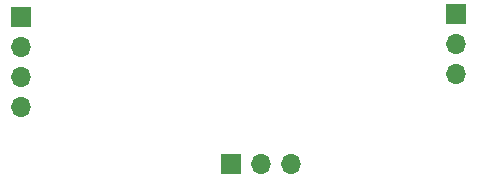
<source format=gbr>
%TF.GenerationSoftware,KiCad,Pcbnew,(6.0.4)*%
%TF.CreationDate,2022-04-25T15:33:24+02:00*%
%TF.ProjectId,HEX_PCB,4845585f-5043-4422-9e6b-696361645f70,rev?*%
%TF.SameCoordinates,Original*%
%TF.FileFunction,Soldermask,Bot*%
%TF.FilePolarity,Negative*%
%FSLAX46Y46*%
G04 Gerber Fmt 4.6, Leading zero omitted, Abs format (unit mm)*
G04 Created by KiCad (PCBNEW (6.0.4)) date 2022-04-25 15:33:24*
%MOMM*%
%LPD*%
G01*
G04 APERTURE LIST*
%ADD10R,1.700000X1.700000*%
%ADD11O,1.700000X1.700000*%
G04 APERTURE END LIST*
D10*
%TO.C,J3*%
X99060000Y-123190000D03*
D11*
X101600000Y-123190000D03*
X104140000Y-123190000D03*
%TD*%
D10*
%TO.C,J1*%
X81280000Y-110744000D03*
D11*
X81280000Y-113284000D03*
X81280000Y-115824000D03*
X81280000Y-118364000D03*
%TD*%
D10*
%TO.C,J2*%
X118110000Y-110490000D03*
D11*
X118110000Y-113030000D03*
X118110000Y-115570000D03*
%TD*%
M02*

</source>
